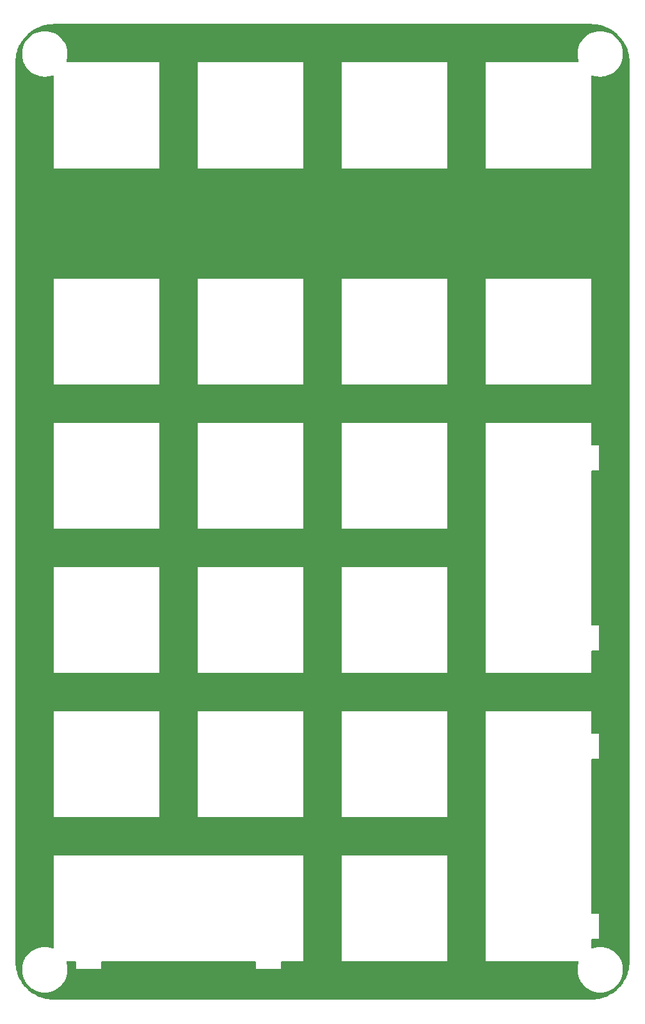
<source format=gtl>
%TF.GenerationSoftware,KiCad,Pcbnew,(7.0.0)*%
%TF.CreationDate,2023-02-27T14:02:19+01:00*%
%TF.ProjectId,MPad2040_Plate,4d506164-3230-4343-905f-506c6174652e,rev?*%
%TF.SameCoordinates,Original*%
%TF.FileFunction,Copper,L1,Top*%
%TF.FilePolarity,Positive*%
%FSLAX46Y46*%
G04 Gerber Fmt 4.6, Leading zero omitted, Abs format (unit mm)*
G04 Created by KiCad (PCBNEW (7.0.0)) date 2023-02-27 14:02:19*
%MOMM*%
%LPD*%
G01*
G04 APERTURE LIST*
G04 APERTURE END LIST*
%TA.AperFunction,NonConductor*%
G36*
X180169696Y-26829805D02*
G01*
X180392274Y-26839013D01*
X180586950Y-26847499D01*
X180596839Y-26848329D01*
X180817742Y-26875865D01*
X180818088Y-26875910D01*
X181015186Y-26901860D01*
X181024394Y-26903429D01*
X181239832Y-26948603D01*
X181241090Y-26948874D01*
X181437207Y-26992354D01*
X181445747Y-26994569D01*
X181655799Y-27057105D01*
X181657514Y-27057630D01*
X181850028Y-27118331D01*
X181857793Y-27121067D01*
X182061515Y-27200561D01*
X182063638Y-27201414D01*
X182250603Y-27278859D01*
X182257610Y-27282020D01*
X182453719Y-27377893D01*
X182456455Y-27379273D01*
X182636118Y-27472801D01*
X182642271Y-27476232D01*
X182829686Y-27587908D01*
X182832778Y-27589814D01*
X183003720Y-27698717D01*
X183009092Y-27702342D01*
X183186568Y-27829059D01*
X183189900Y-27831526D01*
X183350796Y-27954987D01*
X183355448Y-27958738D01*
X183355453Y-27958743D01*
X183521711Y-28099557D01*
X183525315Y-28102732D01*
X183674841Y-28239747D01*
X183678748Y-28243488D01*
X183832832Y-28397572D01*
X183836557Y-28401463D01*
X183973566Y-28550982D01*
X183976750Y-28554596D01*
X184116112Y-28719142D01*
X184117594Y-28720891D01*
X184121347Y-28725546D01*
X184244750Y-28886369D01*
X184247292Y-28889802D01*
X184373950Y-29067200D01*
X184377613Y-29072628D01*
X184486502Y-29243551D01*
X184488444Y-29246703D01*
X184600063Y-29434025D01*
X184603529Y-29440241D01*
X184697014Y-29619824D01*
X184698426Y-29622621D01*
X184794302Y-29818739D01*
X184797462Y-29825747D01*
X184874829Y-30012529D01*
X184875785Y-30014906D01*
X184955240Y-30218533D01*
X184957984Y-30226320D01*
X185018640Y-30418694D01*
X185019224Y-30420601D01*
X185081740Y-30630591D01*
X185083956Y-30639133D01*
X185127412Y-30835147D01*
X185127712Y-30836539D01*
X185172872Y-31051918D01*
X185174450Y-31061180D01*
X185200357Y-31257969D01*
X185200466Y-31258816D01*
X185227972Y-31479483D01*
X185228806Y-31489412D01*
X185236982Y-31676661D01*
X185237292Y-31684143D01*
X185246529Y-31907483D01*
X185246635Y-31912607D01*
X185246635Y-150651639D01*
X185246529Y-150656763D01*
X185237959Y-150863959D01*
X185237947Y-150864254D01*
X185228735Y-151074849D01*
X185227901Y-151084769D01*
X185201756Y-151294507D01*
X185201647Y-151295353D01*
X185174293Y-151503129D01*
X185172715Y-151512390D01*
X185129002Y-151720873D01*
X185128702Y-151722265D01*
X185083708Y-151925220D01*
X185081492Y-151933764D01*
X185020494Y-152138651D01*
X185019910Y-152140556D01*
X184957639Y-152338055D01*
X184954895Y-152345843D01*
X184877036Y-152545381D01*
X184876080Y-152547758D01*
X184796999Y-152738678D01*
X184793839Y-152745686D01*
X184699671Y-152938311D01*
X184698259Y-152941108D01*
X184602942Y-153124211D01*
X184599476Y-153130427D01*
X184489650Y-153314740D01*
X184487708Y-153317892D01*
X184376879Y-153491859D01*
X184373216Y-153497287D01*
X184248506Y-153671956D01*
X184245964Y-153675389D01*
X184120432Y-153838986D01*
X184116679Y-153843641D01*
X183977938Y-154007453D01*
X183974738Y-154011085D01*
X183835461Y-154163080D01*
X183831720Y-154166988D01*
X183679914Y-154318795D01*
X183676006Y-154322536D01*
X183524008Y-154461818D01*
X183520375Y-154465018D01*
X183356580Y-154603746D01*
X183351926Y-154607500D01*
X183188302Y-154733054D01*
X183184869Y-154735595D01*
X183010218Y-154860295D01*
X183004790Y-154863958D01*
X182830806Y-154974799D01*
X182827655Y-154976741D01*
X182643370Y-155086553D01*
X182637152Y-155090020D01*
X182454018Y-155185354D01*
X182451222Y-155186765D01*
X182258636Y-155280915D01*
X182251629Y-155284076D01*
X182060640Y-155363188D01*
X182058262Y-155364144D01*
X181858787Y-155441981D01*
X181850999Y-155444725D01*
X181653474Y-155507006D01*
X181651568Y-155507590D01*
X181446682Y-155568587D01*
X181438140Y-155570802D01*
X181235272Y-155615779D01*
X181233880Y-155616080D01*
X181025334Y-155659809D01*
X181016072Y-155661387D01*
X180808237Y-155688750D01*
X180807390Y-155688859D01*
X180597717Y-155714996D01*
X180587788Y-155715830D01*
X180369340Y-155725370D01*
X180369055Y-155725382D01*
X180170541Y-155733594D01*
X180165416Y-155733700D01*
X109049695Y-155733700D01*
X109044572Y-155733594D01*
X108837407Y-155725027D01*
X108837115Y-155724936D01*
X108837112Y-155725014D01*
X108830967Y-155724746D01*
X108626479Y-155715802D01*
X108616561Y-155714968D01*
X108406868Y-155688831D01*
X108406020Y-155688722D01*
X108198199Y-155661363D01*
X108188938Y-155659785D01*
X107980455Y-155616072D01*
X107979063Y-155615772D01*
X107776105Y-155570779D01*
X107767562Y-155568563D01*
X107562712Y-155507578D01*
X107560807Y-155506994D01*
X107363261Y-155444710D01*
X107355472Y-155441966D01*
X107155966Y-155364119D01*
X107153643Y-155363185D01*
X106962653Y-155284076D01*
X106962651Y-155284075D01*
X106955644Y-155280915D01*
X106763014Y-155186745D01*
X106760217Y-155185333D01*
X106577103Y-155090010D01*
X106570887Y-155086544D01*
X106386632Y-154976754D01*
X106383481Y-154974812D01*
X106209441Y-154863938D01*
X106204012Y-154860274D01*
X106029385Y-154735593D01*
X106025952Y-154733052D01*
X105862336Y-154607506D01*
X105857681Y-154603753D01*
X105693870Y-154465013D01*
X105690244Y-154461818D01*
X105538232Y-154322526D01*
X105534335Y-154318795D01*
X105382527Y-154166989D01*
X105378821Y-154163117D01*
X105239444Y-154011015D01*
X105236322Y-154007471D01*
X105097574Y-153843652D01*
X105093831Y-153839011D01*
X104968264Y-153675369D01*
X104965723Y-153671937D01*
X104920712Y-153608896D01*
X104841019Y-153497279D01*
X104837391Y-153491904D01*
X104726533Y-153317892D01*
X104726502Y-153317843D01*
X104724561Y-153314693D01*
X104708364Y-153287512D01*
X104614760Y-153130425D01*
X104611306Y-153124230D01*
X104611296Y-153124211D01*
X104515944Y-152941042D01*
X104514566Y-152938311D01*
X104420393Y-152745678D01*
X104417249Y-152738705D01*
X104338111Y-152547650D01*
X104337216Y-152545423D01*
X104259343Y-152345854D01*
X104256600Y-152338068D01*
X104246842Y-152307120D01*
X104194275Y-152140401D01*
X104193776Y-152138772D01*
X104139500Y-151956459D01*
X104856635Y-151956459D01*
X104857051Y-151960024D01*
X104857052Y-151960029D01*
X104896793Y-152300036D01*
X104896795Y-152300049D01*
X104897212Y-152303614D01*
X104898039Y-152307104D01*
X104898042Y-152307120D01*
X104976984Y-152640203D01*
X104976986Y-152640212D01*
X104977816Y-152643711D01*
X104979046Y-152647092D01*
X104979049Y-152647100D01*
X105059591Y-152868386D01*
X105097358Y-152972151D01*
X105098978Y-152975378D01*
X105098983Y-152975388D01*
X105222460Y-153221250D01*
X105254222Y-153284493D01*
X105256202Y-153287504D01*
X105256207Y-153287512D01*
X105390609Y-153491859D01*
X105446286Y-153576511D01*
X105448600Y-153579269D01*
X105448601Y-153579270D01*
X105668633Y-153841495D01*
X105668638Y-153841500D01*
X105670952Y-153844258D01*
X105925182Y-154084112D01*
X105928066Y-154086259D01*
X105928072Y-154086264D01*
X105939087Y-154094464D01*
X106205539Y-154292830D01*
X106208666Y-154294635D01*
X106208670Y-154294638D01*
X106256974Y-154322526D01*
X106508231Y-154467589D01*
X106829164Y-154606026D01*
X107163999Y-154706269D01*
X107508208Y-154766962D01*
X107769830Y-154782200D01*
X107942650Y-154782200D01*
X107944440Y-154782200D01*
X108206062Y-154766962D01*
X108550271Y-154706269D01*
X108885106Y-154606026D01*
X109206039Y-154467589D01*
X109508731Y-154292830D01*
X109789088Y-154084112D01*
X110043318Y-153844258D01*
X110267984Y-153576511D01*
X110460048Y-153284493D01*
X110616912Y-152972151D01*
X110736454Y-152643711D01*
X110817058Y-152303614D01*
X110857635Y-151956459D01*
X110857635Y-151606941D01*
X110817058Y-151259786D01*
X110736454Y-150919689D01*
X110705801Y-150835470D01*
X110699384Y-150776875D01*
X110720748Y-150721936D01*
X110765066Y-150683071D01*
X110822323Y-150669060D01*
X111882390Y-150669060D01*
X111944390Y-150685673D01*
X111989777Y-150731060D01*
X112006390Y-150793060D01*
X112006390Y-151638601D01*
X112006349Y-151638700D01*
X112006390Y-151638799D01*
X112006507Y-151639083D01*
X112006890Y-151639241D01*
X112006989Y-151639200D01*
X115305801Y-151639200D01*
X115305900Y-151639241D01*
X115306283Y-151639083D01*
X115306400Y-151638799D01*
X115306441Y-151638700D01*
X115306400Y-151638601D01*
X115306400Y-150793060D01*
X115323013Y-150731060D01*
X115368400Y-150685673D01*
X115430400Y-150669060D01*
X135682450Y-150669060D01*
X135744450Y-150685673D01*
X135789837Y-150731060D01*
X135806450Y-150793060D01*
X135806450Y-151638601D01*
X135806409Y-151638700D01*
X135806450Y-151638799D01*
X135806567Y-151639083D01*
X135806950Y-151639241D01*
X135807049Y-151639200D01*
X139105951Y-151639200D01*
X139106050Y-151639241D01*
X139106433Y-151639083D01*
X139106550Y-151638799D01*
X139106591Y-151638700D01*
X139106550Y-151638601D01*
X139106550Y-150793060D01*
X139123163Y-150731060D01*
X139168550Y-150685673D01*
X139230550Y-150669060D01*
X142080951Y-150669060D01*
X142081050Y-150669101D01*
X142081433Y-150668943D01*
X142081550Y-150668659D01*
X142081591Y-150668560D01*
X147131209Y-150668560D01*
X147131250Y-150668659D01*
X147131367Y-150668943D01*
X147131750Y-150669101D01*
X147131849Y-150669060D01*
X161130951Y-150669060D01*
X161131050Y-150669101D01*
X161131433Y-150668943D01*
X161131550Y-150668659D01*
X161131591Y-150668560D01*
X166181209Y-150668560D01*
X166181250Y-150668659D01*
X166181367Y-150668943D01*
X166181750Y-150669101D01*
X166181849Y-150669060D01*
X178391947Y-150669060D01*
X178449204Y-150683071D01*
X178493522Y-150721936D01*
X178514886Y-150776875D01*
X178508469Y-150835470D01*
X178479049Y-150916299D01*
X178479045Y-150916312D01*
X178477816Y-150919689D01*
X178476987Y-150923182D01*
X178476984Y-150923196D01*
X178398042Y-151256279D01*
X178398038Y-151256298D01*
X178397212Y-151259786D01*
X178396795Y-151263347D01*
X178396793Y-151263363D01*
X178367685Y-151512402D01*
X178356635Y-151606941D01*
X178356635Y-151956459D01*
X178357051Y-151960024D01*
X178357052Y-151960029D01*
X178396793Y-152300036D01*
X178396795Y-152300049D01*
X178397212Y-152303614D01*
X178398039Y-152307104D01*
X178398042Y-152307120D01*
X178476984Y-152640203D01*
X178476986Y-152640212D01*
X178477816Y-152643711D01*
X178479046Y-152647092D01*
X178479049Y-152647100D01*
X178559591Y-152868386D01*
X178597358Y-152972151D01*
X178598978Y-152975378D01*
X178598983Y-152975388D01*
X178722460Y-153221250D01*
X178754222Y-153284493D01*
X178756202Y-153287504D01*
X178756207Y-153287512D01*
X178890609Y-153491859D01*
X178946286Y-153576511D01*
X178948600Y-153579269D01*
X178948601Y-153579270D01*
X179168633Y-153841495D01*
X179168638Y-153841500D01*
X179170952Y-153844258D01*
X179425182Y-154084112D01*
X179428066Y-154086259D01*
X179428072Y-154086264D01*
X179439087Y-154094464D01*
X179705539Y-154292830D01*
X179708666Y-154294635D01*
X179708670Y-154294638D01*
X179756974Y-154322526D01*
X180008231Y-154467589D01*
X180329164Y-154606026D01*
X180663999Y-154706269D01*
X181008208Y-154766962D01*
X181269830Y-154782200D01*
X181442650Y-154782200D01*
X181444440Y-154782200D01*
X181706062Y-154766962D01*
X182050271Y-154706269D01*
X182385106Y-154606026D01*
X182706039Y-154467589D01*
X183008731Y-154292830D01*
X183289088Y-154084112D01*
X183543318Y-153844258D01*
X183767984Y-153576511D01*
X183960048Y-153284493D01*
X184116912Y-152972151D01*
X184236454Y-152643711D01*
X184317058Y-152303614D01*
X184357635Y-151956459D01*
X184357635Y-151606941D01*
X184317058Y-151259786D01*
X184236454Y-150919689D01*
X184116912Y-150591249D01*
X183960048Y-150278907D01*
X183767984Y-149986889D01*
X183543318Y-149719142D01*
X183289088Y-149479288D01*
X183286204Y-149477141D01*
X183286197Y-149477135D01*
X183011631Y-149272729D01*
X183008731Y-149270570D01*
X183005608Y-149268767D01*
X183005599Y-149268761D01*
X182709164Y-149097615D01*
X182709161Y-149097613D01*
X182706039Y-149095811D01*
X182702738Y-149094387D01*
X182702728Y-149094382D01*
X182459140Y-148989309D01*
X182385106Y-148957374D01*
X182381665Y-148956343D01*
X182381660Y-148956342D01*
X182053726Y-148858165D01*
X182053720Y-148858163D01*
X182050271Y-148857131D01*
X182046723Y-148856505D01*
X182046713Y-148856503D01*
X181709627Y-148797066D01*
X181709616Y-148797064D01*
X181706062Y-148796438D01*
X181702454Y-148796227D01*
X181702447Y-148796227D01*
X181446230Y-148781304D01*
X181446221Y-148781303D01*
X181444440Y-148781200D01*
X181269830Y-148781200D01*
X181268049Y-148781303D01*
X181268039Y-148781304D01*
X181011822Y-148796227D01*
X181011813Y-148796228D01*
X181008208Y-148796438D01*
X181004655Y-148797064D01*
X181004642Y-148797066D01*
X180667556Y-148856503D01*
X180667542Y-148856506D01*
X180663999Y-148857131D01*
X180660556Y-148858161D01*
X180660538Y-148858166D01*
X180341113Y-148953796D01*
X180284018Y-148957121D01*
X180231502Y-148934468D01*
X180194740Y-148890656D01*
X180181550Y-148835005D01*
X180181550Y-147817890D01*
X180198163Y-147755890D01*
X180243550Y-147710503D01*
X180305550Y-147693890D01*
X181151051Y-147693890D01*
X181151150Y-147693931D01*
X181151533Y-147693773D01*
X181151650Y-147693489D01*
X181151691Y-147693390D01*
X181151650Y-147693291D01*
X181151650Y-144394449D01*
X181151691Y-144394350D01*
X181151533Y-144393967D01*
X181151249Y-144393850D01*
X181151150Y-144393809D01*
X181151051Y-144393850D01*
X180305550Y-144393850D01*
X180243550Y-144377237D01*
X180198163Y-144331850D01*
X180181550Y-144269850D01*
X180181550Y-124017800D01*
X180198163Y-123955800D01*
X180243550Y-123910413D01*
X180305550Y-123893800D01*
X181151051Y-123893800D01*
X181151150Y-123893841D01*
X181151533Y-123893683D01*
X181151650Y-123893399D01*
X181151691Y-123893300D01*
X181151650Y-123893201D01*
X181151650Y-120594399D01*
X181151691Y-120594300D01*
X181151533Y-120593917D01*
X181151249Y-120593800D01*
X181151150Y-120593759D01*
X181151051Y-120593800D01*
X180305550Y-120593800D01*
X180243550Y-120577187D01*
X180198163Y-120531800D01*
X180181550Y-120469800D01*
X180181550Y-117631225D01*
X180181550Y-117619299D01*
X180181591Y-117619200D01*
X180181433Y-117618817D01*
X180181149Y-117618700D01*
X180181050Y-117618659D01*
X180180951Y-117618700D01*
X166181849Y-117618700D01*
X166181750Y-117618659D01*
X166181651Y-117618700D01*
X166181367Y-117618817D01*
X166181209Y-117619200D01*
X166181250Y-117619299D01*
X166181250Y-150668461D01*
X166181209Y-150668560D01*
X161131591Y-150668560D01*
X161131550Y-150668461D01*
X161131550Y-136669199D01*
X161131591Y-136669100D01*
X161131433Y-136668717D01*
X161131149Y-136668600D01*
X161131050Y-136668559D01*
X161130951Y-136668600D01*
X147131849Y-136668600D01*
X147131750Y-136668559D01*
X147131651Y-136668600D01*
X147131367Y-136668717D01*
X147131209Y-136669100D01*
X147131250Y-136669199D01*
X147131250Y-150668461D01*
X147131209Y-150668560D01*
X142081591Y-150668560D01*
X142081550Y-150668461D01*
X142081550Y-136669199D01*
X142081591Y-136669100D01*
X142081433Y-136668717D01*
X142081149Y-136668600D01*
X142081050Y-136668559D01*
X142080951Y-136668600D01*
X109031799Y-136668600D01*
X109031700Y-136668559D01*
X109031601Y-136668600D01*
X109031317Y-136668717D01*
X109031159Y-136669100D01*
X109031200Y-136669199D01*
X109031200Y-136681125D01*
X109031200Y-148834550D01*
X109018010Y-148890201D01*
X108981248Y-148934013D01*
X108928732Y-148956666D01*
X108871637Y-148953341D01*
X108553731Y-148858166D01*
X108553717Y-148858162D01*
X108550271Y-148857131D01*
X108546723Y-148856505D01*
X108546713Y-148856503D01*
X108209627Y-148797066D01*
X108209616Y-148797064D01*
X108206062Y-148796438D01*
X108202454Y-148796227D01*
X108202447Y-148796227D01*
X107946230Y-148781304D01*
X107946221Y-148781303D01*
X107944440Y-148781200D01*
X107769830Y-148781200D01*
X107768049Y-148781303D01*
X107768039Y-148781304D01*
X107511822Y-148796227D01*
X107511813Y-148796228D01*
X107508208Y-148796438D01*
X107504655Y-148797064D01*
X107504642Y-148797066D01*
X107167556Y-148856503D01*
X107167542Y-148856506D01*
X107163999Y-148857131D01*
X107160553Y-148858162D01*
X107160543Y-148858165D01*
X106832609Y-148956342D01*
X106832599Y-148956345D01*
X106829164Y-148957374D01*
X106825863Y-148958797D01*
X106825860Y-148958799D01*
X106511541Y-149094382D01*
X106511524Y-149094390D01*
X106508231Y-149095811D01*
X106505115Y-149097609D01*
X106505105Y-149097615D01*
X106208670Y-149268761D01*
X106208653Y-149268771D01*
X106205539Y-149270570D01*
X106202646Y-149272723D01*
X106202638Y-149272729D01*
X105928072Y-149477135D01*
X105928056Y-149477148D01*
X105925182Y-149479288D01*
X105922565Y-149481756D01*
X105922559Y-149481762D01*
X105673580Y-149716662D01*
X105673574Y-149716667D01*
X105670952Y-149719142D01*
X105668645Y-149721890D01*
X105668633Y-149721904D01*
X105448601Y-149984129D01*
X105448593Y-149984138D01*
X105446286Y-149986889D01*
X105444306Y-149989898D01*
X105444301Y-149989906D01*
X105256207Y-150275887D01*
X105256197Y-150275903D01*
X105254222Y-150278907D01*
X105252602Y-150282131D01*
X105252600Y-150282136D01*
X105098983Y-150588011D01*
X105098975Y-150588027D01*
X105097358Y-150591249D01*
X105096120Y-150594647D01*
X105096120Y-150594650D01*
X104979049Y-150916299D01*
X104979045Y-150916312D01*
X104977816Y-150919689D01*
X104976987Y-150923182D01*
X104976984Y-150923196D01*
X104898042Y-151256279D01*
X104898038Y-151256298D01*
X104897212Y-151259786D01*
X104896795Y-151263347D01*
X104896793Y-151263363D01*
X104867685Y-151512402D01*
X104856635Y-151606941D01*
X104856635Y-151956459D01*
X104139500Y-151956459D01*
X104132743Y-151933764D01*
X104130527Y-151925222D01*
X104130527Y-151925220D01*
X104085483Y-151722044D01*
X104085281Y-151721105D01*
X104041513Y-151512368D01*
X104039947Y-151503176D01*
X104012537Y-151294984D01*
X104012514Y-151294803D01*
X103986334Y-151084777D01*
X103985501Y-151074857D01*
X103978879Y-150923196D01*
X103975936Y-150855771D01*
X103975096Y-150835470D01*
X103967740Y-150657630D01*
X103967635Y-150652507D01*
X103967635Y-131618600D01*
X109031159Y-131618600D01*
X109031200Y-131618699D01*
X109031317Y-131618983D01*
X109031700Y-131619141D01*
X109031799Y-131619100D01*
X123031151Y-131619100D01*
X123031250Y-131619141D01*
X123031633Y-131618983D01*
X123031750Y-131618699D01*
X123031791Y-131618600D01*
X128081209Y-131618600D01*
X128081250Y-131618699D01*
X128081367Y-131618983D01*
X128081750Y-131619141D01*
X128081849Y-131619100D01*
X142080951Y-131619100D01*
X142081050Y-131619141D01*
X142081433Y-131618983D01*
X142081550Y-131618699D01*
X142081591Y-131618600D01*
X147131209Y-131618600D01*
X147131250Y-131618699D01*
X147131367Y-131618983D01*
X147131750Y-131619141D01*
X147131849Y-131619100D01*
X161130951Y-131619100D01*
X161131050Y-131619141D01*
X161131433Y-131618983D01*
X161131550Y-131618699D01*
X161131591Y-131618600D01*
X161131550Y-131618501D01*
X161131550Y-117619299D01*
X161131591Y-117619200D01*
X161131433Y-117618817D01*
X161131149Y-117618700D01*
X161131050Y-117618659D01*
X161130951Y-117618700D01*
X147131849Y-117618700D01*
X147131750Y-117618659D01*
X147131651Y-117618700D01*
X147131367Y-117618817D01*
X147131209Y-117619200D01*
X147131250Y-117619299D01*
X147131250Y-131618501D01*
X147131209Y-131618600D01*
X142081591Y-131618600D01*
X142081550Y-131618501D01*
X142081550Y-117619299D01*
X142081591Y-117619200D01*
X142081433Y-117618817D01*
X142081149Y-117618700D01*
X142081050Y-117618659D01*
X142080951Y-117618700D01*
X128081849Y-117618700D01*
X128081750Y-117618659D01*
X128081651Y-117618700D01*
X128081367Y-117618817D01*
X128081209Y-117619200D01*
X128081250Y-117619299D01*
X128081250Y-131618501D01*
X128081209Y-131618600D01*
X123031791Y-131618600D01*
X123031750Y-131618501D01*
X123031750Y-117619299D01*
X123031791Y-117619200D01*
X123031633Y-117618817D01*
X123031349Y-117618700D01*
X123031250Y-117618659D01*
X123031151Y-117618700D01*
X109031799Y-117618700D01*
X109031700Y-117618659D01*
X109031601Y-117618700D01*
X109031317Y-117618817D01*
X109031159Y-117619200D01*
X109031200Y-117619299D01*
X109031200Y-131618501D01*
X109031159Y-131618600D01*
X103967635Y-131618600D01*
X103967635Y-112568400D01*
X109031159Y-112568400D01*
X109031200Y-112568499D01*
X109031317Y-112568783D01*
X109031700Y-112568941D01*
X109031799Y-112568900D01*
X123031151Y-112568900D01*
X123031250Y-112568941D01*
X123031633Y-112568783D01*
X123031750Y-112568499D01*
X123031791Y-112568400D01*
X128081209Y-112568400D01*
X128081250Y-112568499D01*
X128081367Y-112568783D01*
X128081750Y-112568941D01*
X128081849Y-112568900D01*
X142080951Y-112568900D01*
X142081050Y-112568941D01*
X142081433Y-112568783D01*
X142081550Y-112568499D01*
X142081591Y-112568400D01*
X147131209Y-112568400D01*
X147131250Y-112568499D01*
X147131367Y-112568783D01*
X147131750Y-112568941D01*
X147131849Y-112568900D01*
X161130951Y-112568900D01*
X161131050Y-112568941D01*
X161131433Y-112568783D01*
X161131550Y-112568499D01*
X161131591Y-112568400D01*
X166181209Y-112568400D01*
X166181250Y-112568499D01*
X166181367Y-112568783D01*
X166181750Y-112568941D01*
X166181849Y-112568900D01*
X180180951Y-112568900D01*
X180181050Y-112568941D01*
X180181433Y-112568783D01*
X180181550Y-112568499D01*
X180181591Y-112568400D01*
X180181550Y-112568301D01*
X180181550Y-109718000D01*
X180198163Y-109656000D01*
X180243550Y-109610613D01*
X180305550Y-109594000D01*
X181151051Y-109594000D01*
X181151150Y-109594041D01*
X181151533Y-109593883D01*
X181151650Y-109593599D01*
X181151691Y-109593500D01*
X181151650Y-109593401D01*
X181151650Y-106294399D01*
X181151691Y-106294300D01*
X181151533Y-106293917D01*
X181151249Y-106293800D01*
X181151150Y-106293759D01*
X181151051Y-106293800D01*
X180305550Y-106293800D01*
X180243550Y-106277187D01*
X180198163Y-106231800D01*
X180181550Y-106169800D01*
X180181550Y-85917800D01*
X180198163Y-85855800D01*
X180243550Y-85810413D01*
X180305550Y-85793800D01*
X181151051Y-85793800D01*
X181151150Y-85793841D01*
X181151533Y-85793683D01*
X181151650Y-85793399D01*
X181151691Y-85793300D01*
X181151650Y-85793201D01*
X181151650Y-82494199D01*
X181151691Y-82494100D01*
X181151533Y-82493717D01*
X181151249Y-82493600D01*
X181151150Y-82493559D01*
X181151051Y-82493600D01*
X180305550Y-82493600D01*
X180243550Y-82476987D01*
X180198163Y-82431600D01*
X180181550Y-82369600D01*
X180181550Y-79531125D01*
X180181550Y-79519199D01*
X180181591Y-79519100D01*
X180181433Y-79518717D01*
X180181149Y-79518600D01*
X180181050Y-79518559D01*
X180180951Y-79518600D01*
X166181849Y-79518600D01*
X166181750Y-79518559D01*
X166181651Y-79518600D01*
X166181367Y-79518717D01*
X166181209Y-79519100D01*
X166181250Y-79519199D01*
X166181250Y-112568301D01*
X166181209Y-112568400D01*
X161131591Y-112568400D01*
X161131550Y-112568301D01*
X161131550Y-98569199D01*
X161131591Y-98569100D01*
X161131433Y-98568717D01*
X161131149Y-98568600D01*
X161131050Y-98568559D01*
X161130951Y-98568600D01*
X147131849Y-98568600D01*
X147131750Y-98568559D01*
X147131651Y-98568600D01*
X147131367Y-98568717D01*
X147131209Y-98569100D01*
X147131250Y-98569199D01*
X147131250Y-112568301D01*
X147131209Y-112568400D01*
X142081591Y-112568400D01*
X142081550Y-112568301D01*
X142081550Y-98569199D01*
X142081591Y-98569100D01*
X142081433Y-98568717D01*
X142081149Y-98568600D01*
X142081050Y-98568559D01*
X142080951Y-98568600D01*
X128081849Y-98568600D01*
X128081750Y-98568559D01*
X128081651Y-98568600D01*
X128081367Y-98568717D01*
X128081209Y-98569100D01*
X128081250Y-98569199D01*
X128081250Y-112568301D01*
X128081209Y-112568400D01*
X123031791Y-112568400D01*
X123031750Y-112568301D01*
X123031750Y-98569199D01*
X123031791Y-98569100D01*
X123031633Y-98568717D01*
X123031349Y-98568600D01*
X123031250Y-98568559D01*
X123031151Y-98568600D01*
X109031799Y-98568600D01*
X109031700Y-98568559D01*
X109031601Y-98568600D01*
X109031317Y-98568717D01*
X109031159Y-98569100D01*
X109031200Y-98569199D01*
X109031200Y-112568301D01*
X109031159Y-112568400D01*
X103967635Y-112568400D01*
X103967635Y-93518400D01*
X109031159Y-93518400D01*
X109031200Y-93518499D01*
X109031317Y-93518783D01*
X109031700Y-93518941D01*
X109031799Y-93518900D01*
X123031151Y-93518900D01*
X123031250Y-93518941D01*
X123031633Y-93518783D01*
X123031750Y-93518499D01*
X123031791Y-93518400D01*
X128081209Y-93518400D01*
X128081250Y-93518499D01*
X128081367Y-93518783D01*
X128081750Y-93518941D01*
X128081849Y-93518900D01*
X142080951Y-93518900D01*
X142081050Y-93518941D01*
X142081433Y-93518783D01*
X142081550Y-93518499D01*
X142081591Y-93518400D01*
X147131209Y-93518400D01*
X147131250Y-93518499D01*
X147131367Y-93518783D01*
X147131750Y-93518941D01*
X147131849Y-93518900D01*
X161130951Y-93518900D01*
X161131050Y-93518941D01*
X161131433Y-93518783D01*
X161131550Y-93518499D01*
X161131591Y-93518400D01*
X161131550Y-93518301D01*
X161131550Y-79519199D01*
X161131591Y-79519100D01*
X161131433Y-79518717D01*
X161131149Y-79518600D01*
X161131050Y-79518559D01*
X161130951Y-79518600D01*
X147131849Y-79518600D01*
X147131750Y-79518559D01*
X147131651Y-79518600D01*
X147131367Y-79518717D01*
X147131209Y-79519100D01*
X147131250Y-79519199D01*
X147131250Y-93518301D01*
X147131209Y-93518400D01*
X142081591Y-93518400D01*
X142081550Y-93518301D01*
X142081550Y-79519199D01*
X142081591Y-79519100D01*
X142081433Y-79518717D01*
X142081149Y-79518600D01*
X142081050Y-79518559D01*
X142080951Y-79518600D01*
X128081849Y-79518600D01*
X128081750Y-79518559D01*
X128081651Y-79518600D01*
X128081367Y-79518717D01*
X128081209Y-79519100D01*
X128081250Y-79519199D01*
X128081250Y-93518301D01*
X128081209Y-93518400D01*
X123031791Y-93518400D01*
X123031750Y-93518301D01*
X123031750Y-79519199D01*
X123031791Y-79519100D01*
X123031633Y-79518717D01*
X123031349Y-79518600D01*
X123031250Y-79518559D01*
X123031151Y-79518600D01*
X109031799Y-79518600D01*
X109031700Y-79518559D01*
X109031601Y-79518600D01*
X109031317Y-79518717D01*
X109031159Y-79519100D01*
X109031200Y-79519199D01*
X109031200Y-93518301D01*
X109031159Y-93518400D01*
X103967635Y-93518400D01*
X103967635Y-74468400D01*
X109031159Y-74468400D01*
X109031200Y-74468499D01*
X109031317Y-74468783D01*
X109031700Y-74468941D01*
X109031799Y-74468900D01*
X123031151Y-74468900D01*
X123031250Y-74468941D01*
X123031633Y-74468783D01*
X123031750Y-74468499D01*
X123031791Y-74468400D01*
X128081209Y-74468400D01*
X128081250Y-74468499D01*
X128081367Y-74468783D01*
X128081750Y-74468941D01*
X128081849Y-74468900D01*
X142080951Y-74468900D01*
X142081050Y-74468941D01*
X142081433Y-74468783D01*
X142081550Y-74468499D01*
X142081591Y-74468400D01*
X147131209Y-74468400D01*
X147131250Y-74468499D01*
X147131367Y-74468783D01*
X147131750Y-74468941D01*
X147131849Y-74468900D01*
X161130951Y-74468900D01*
X161131050Y-74468941D01*
X161131433Y-74468783D01*
X161131550Y-74468499D01*
X161131591Y-74468400D01*
X166181209Y-74468400D01*
X166181250Y-74468499D01*
X166181367Y-74468783D01*
X166181750Y-74468941D01*
X166181849Y-74468900D01*
X180180951Y-74468900D01*
X180181050Y-74468941D01*
X180181433Y-74468783D01*
X180181550Y-74468499D01*
X180181591Y-74468400D01*
X180181550Y-74468301D01*
X180181550Y-60469199D01*
X180181591Y-60469100D01*
X180181433Y-60468717D01*
X180181149Y-60468600D01*
X180181050Y-60468559D01*
X180180951Y-60468600D01*
X166181849Y-60468600D01*
X166181750Y-60468559D01*
X166181651Y-60468600D01*
X166181367Y-60468717D01*
X166181209Y-60469100D01*
X166181250Y-60469199D01*
X166181250Y-74468301D01*
X166181209Y-74468400D01*
X161131591Y-74468400D01*
X161131550Y-74468301D01*
X161131550Y-60469199D01*
X161131591Y-60469100D01*
X161131433Y-60468717D01*
X161131149Y-60468600D01*
X161131050Y-60468559D01*
X161130951Y-60468600D01*
X147131849Y-60468600D01*
X147131750Y-60468559D01*
X147131651Y-60468600D01*
X147131367Y-60468717D01*
X147131209Y-60469100D01*
X147131250Y-60469199D01*
X147131250Y-74468301D01*
X147131209Y-74468400D01*
X142081591Y-74468400D01*
X142081550Y-74468301D01*
X142081550Y-60469199D01*
X142081591Y-60469100D01*
X142081433Y-60468717D01*
X142081149Y-60468600D01*
X142081050Y-60468559D01*
X142080951Y-60468600D01*
X128081849Y-60468600D01*
X128081750Y-60468559D01*
X128081651Y-60468600D01*
X128081367Y-60468717D01*
X128081209Y-60469100D01*
X128081250Y-60469199D01*
X128081250Y-74468301D01*
X128081209Y-74468400D01*
X123031791Y-74468400D01*
X123031750Y-74468301D01*
X123031750Y-60469199D01*
X123031791Y-60469100D01*
X123031633Y-60468717D01*
X123031349Y-60468600D01*
X123031250Y-60468559D01*
X123031151Y-60468600D01*
X109031799Y-60468600D01*
X109031700Y-60468559D01*
X109031601Y-60468600D01*
X109031317Y-60468717D01*
X109031159Y-60469100D01*
X109031200Y-60469199D01*
X109031200Y-74468301D01*
X109031159Y-74468400D01*
X103967635Y-74468400D01*
X103967635Y-31911761D01*
X103967741Y-31906637D01*
X103972735Y-31785886D01*
X103976943Y-31684141D01*
X103977000Y-31684143D01*
X103976955Y-31683871D01*
X103985431Y-31489391D01*
X103986262Y-31479479D01*
X104013784Y-31258689D01*
X104013862Y-31258087D01*
X104039789Y-31061152D01*
X104041356Y-31051951D01*
X104061379Y-30956459D01*
X104856635Y-30956459D01*
X104857051Y-30960024D01*
X104857052Y-30960029D01*
X104896793Y-31300036D01*
X104896795Y-31300049D01*
X104897212Y-31303614D01*
X104898039Y-31307104D01*
X104898042Y-31307120D01*
X104976984Y-31640203D01*
X104976986Y-31640212D01*
X104977816Y-31643711D01*
X104979046Y-31647092D01*
X104979049Y-31647100D01*
X104997965Y-31699070D01*
X105097358Y-31972151D01*
X105098978Y-31975378D01*
X105098983Y-31975388D01*
X105222460Y-32221250D01*
X105254222Y-32284493D01*
X105256202Y-32287504D01*
X105256207Y-32287512D01*
X105444301Y-32573493D01*
X105446286Y-32576511D01*
X105448600Y-32579269D01*
X105448601Y-32579270D01*
X105668633Y-32841495D01*
X105668638Y-32841500D01*
X105670952Y-32844258D01*
X105925182Y-33084112D01*
X105928066Y-33086259D01*
X105928072Y-33086264D01*
X106099470Y-33213864D01*
X106205539Y-33292830D01*
X106208666Y-33294635D01*
X106208670Y-33294638D01*
X106388817Y-33398645D01*
X106508231Y-33467589D01*
X106829164Y-33606026D01*
X107163999Y-33706269D01*
X107508208Y-33766962D01*
X107769830Y-33782200D01*
X107942650Y-33782200D01*
X107944440Y-33782200D01*
X108206062Y-33766962D01*
X108550271Y-33706269D01*
X108660733Y-33673199D01*
X108871637Y-33610059D01*
X108928732Y-33606734D01*
X108981248Y-33629387D01*
X109018010Y-33673199D01*
X109031200Y-33728850D01*
X109031200Y-45893101D01*
X109031159Y-45893200D01*
X109031200Y-45893299D01*
X109031317Y-45893583D01*
X109031700Y-45893741D01*
X109031799Y-45893700D01*
X123031151Y-45893700D01*
X123031250Y-45893741D01*
X123031633Y-45893583D01*
X123031750Y-45893299D01*
X123031791Y-45893200D01*
X128081209Y-45893200D01*
X128081250Y-45893299D01*
X128081367Y-45893583D01*
X128081750Y-45893741D01*
X128081849Y-45893700D01*
X142080951Y-45893700D01*
X142081050Y-45893741D01*
X142081433Y-45893583D01*
X142081550Y-45893299D01*
X142081591Y-45893200D01*
X147131209Y-45893200D01*
X147131250Y-45893299D01*
X147131367Y-45893583D01*
X147131750Y-45893741D01*
X147131849Y-45893700D01*
X161130951Y-45893700D01*
X161131050Y-45893741D01*
X161131433Y-45893583D01*
X161131550Y-45893299D01*
X161131591Y-45893200D01*
X166181209Y-45893200D01*
X166181250Y-45893299D01*
X166181367Y-45893583D01*
X166181750Y-45893741D01*
X166181849Y-45893700D01*
X180180951Y-45893700D01*
X180181050Y-45893741D01*
X180181433Y-45893583D01*
X180181550Y-45893299D01*
X180181591Y-45893200D01*
X180181550Y-45893101D01*
X180181550Y-33728395D01*
X180194740Y-33672744D01*
X180231502Y-33628932D01*
X180284018Y-33606279D01*
X180341113Y-33609604D01*
X180660538Y-33705233D01*
X180660540Y-33705233D01*
X180663999Y-33706269D01*
X181008208Y-33766962D01*
X181269830Y-33782200D01*
X181442650Y-33782200D01*
X181444440Y-33782200D01*
X181706062Y-33766962D01*
X182050271Y-33706269D01*
X182385106Y-33606026D01*
X182706039Y-33467589D01*
X183008731Y-33292830D01*
X183289088Y-33084112D01*
X183543318Y-32844258D01*
X183767984Y-32576511D01*
X183960048Y-32284493D01*
X184116912Y-31972151D01*
X184236454Y-31643711D01*
X184317058Y-31303614D01*
X184357635Y-30956459D01*
X184357635Y-30606941D01*
X184317058Y-30259786D01*
X184309126Y-30226320D01*
X184237285Y-29923196D01*
X184236454Y-29919689D01*
X184116912Y-29591249D01*
X183960048Y-29278907D01*
X183938847Y-29246673D01*
X183824320Y-29072543D01*
X183767984Y-28986889D01*
X183686548Y-28889837D01*
X183545636Y-28721904D01*
X183545632Y-28721900D01*
X183543318Y-28719142D01*
X183289088Y-28479288D01*
X183286204Y-28477141D01*
X183286197Y-28477135D01*
X183011631Y-28272729D01*
X183008731Y-28270570D01*
X183005608Y-28268767D01*
X183005599Y-28268761D01*
X182709164Y-28097615D01*
X182709161Y-28097613D01*
X182706039Y-28095811D01*
X182702738Y-28094387D01*
X182702728Y-28094382D01*
X182459140Y-27989309D01*
X182385106Y-27957374D01*
X182381665Y-27956343D01*
X182381660Y-27956342D01*
X182053726Y-27858165D01*
X182053720Y-27858163D01*
X182050271Y-27857131D01*
X182046723Y-27856505D01*
X182046713Y-27856503D01*
X181709627Y-27797066D01*
X181709616Y-27797064D01*
X181706062Y-27796438D01*
X181702454Y-27796227D01*
X181702447Y-27796227D01*
X181446230Y-27781304D01*
X181446221Y-27781303D01*
X181444440Y-27781200D01*
X181269830Y-27781200D01*
X181268049Y-27781303D01*
X181268039Y-27781304D01*
X181011822Y-27796227D01*
X181011813Y-27796228D01*
X181008208Y-27796438D01*
X181004655Y-27797064D01*
X181004642Y-27797066D01*
X180667556Y-27856503D01*
X180667542Y-27856506D01*
X180663999Y-27857131D01*
X180660553Y-27858162D01*
X180660543Y-27858165D01*
X180332609Y-27956342D01*
X180332599Y-27956345D01*
X180329164Y-27957374D01*
X180325863Y-27958797D01*
X180325860Y-27958799D01*
X180011541Y-28094382D01*
X180011524Y-28094390D01*
X180008231Y-28095811D01*
X180005115Y-28097609D01*
X180005105Y-28097615D01*
X179708670Y-28268761D01*
X179708653Y-28268771D01*
X179705539Y-28270570D01*
X179702646Y-28272723D01*
X179702638Y-28272729D01*
X179428072Y-28477135D01*
X179428056Y-28477148D01*
X179425182Y-28479288D01*
X179422565Y-28481756D01*
X179422559Y-28481762D01*
X179173580Y-28716662D01*
X179173574Y-28716667D01*
X179170952Y-28719142D01*
X179168645Y-28721890D01*
X179168633Y-28721904D01*
X178948601Y-28984129D01*
X178948593Y-28984138D01*
X178946286Y-28986889D01*
X178944306Y-28989898D01*
X178944301Y-28989906D01*
X178756207Y-29275887D01*
X178756197Y-29275903D01*
X178754222Y-29278907D01*
X178752602Y-29282131D01*
X178752600Y-29282136D01*
X178598983Y-29588011D01*
X178598975Y-29588027D01*
X178597358Y-29591249D01*
X178596120Y-29594647D01*
X178596120Y-29594650D01*
X178479049Y-29916299D01*
X178479045Y-29916312D01*
X178477816Y-29919689D01*
X178476987Y-29923182D01*
X178476984Y-29923196D01*
X178398042Y-30256279D01*
X178398038Y-30256298D01*
X178397212Y-30259786D01*
X178396795Y-30263347D01*
X178396793Y-30263363D01*
X178357052Y-30603370D01*
X178356635Y-30606941D01*
X178356635Y-30956459D01*
X178357051Y-30960024D01*
X178357052Y-30960029D01*
X178396793Y-31300036D01*
X178396795Y-31300049D01*
X178397212Y-31303614D01*
X178398039Y-31307104D01*
X178398042Y-31307120D01*
X178476984Y-31640203D01*
X178476986Y-31640212D01*
X178477816Y-31643711D01*
X178479045Y-31647087D01*
X178479049Y-31647101D01*
X178508236Y-31727290D01*
X178514653Y-31785886D01*
X178493289Y-31840824D01*
X178448971Y-31879689D01*
X178391714Y-31893700D01*
X166181849Y-31893700D01*
X166181750Y-31893659D01*
X166181651Y-31893700D01*
X166181367Y-31893817D01*
X166181209Y-31894200D01*
X166181250Y-31894299D01*
X166181250Y-45893101D01*
X166181209Y-45893200D01*
X161131591Y-45893200D01*
X161131550Y-45893101D01*
X161131550Y-31894299D01*
X161131591Y-31894200D01*
X161131433Y-31893817D01*
X161131149Y-31893700D01*
X161131050Y-31893659D01*
X161130951Y-31893700D01*
X147131849Y-31893700D01*
X147131750Y-31893659D01*
X147131651Y-31893700D01*
X147131367Y-31893817D01*
X147131209Y-31894200D01*
X147131250Y-31894299D01*
X147131250Y-45893101D01*
X147131209Y-45893200D01*
X142081591Y-45893200D01*
X142081550Y-45893101D01*
X142081550Y-31894299D01*
X142081591Y-31894200D01*
X142081433Y-31893817D01*
X142081149Y-31893700D01*
X142081050Y-31893659D01*
X142080951Y-31893700D01*
X128081849Y-31893700D01*
X128081750Y-31893659D01*
X128081651Y-31893700D01*
X128081367Y-31893817D01*
X128081209Y-31894200D01*
X128081250Y-31894299D01*
X128081250Y-45893101D01*
X128081209Y-45893200D01*
X123031791Y-45893200D01*
X123031750Y-45893101D01*
X123031750Y-31894299D01*
X123031791Y-31894200D01*
X123031633Y-31893817D01*
X123031349Y-31893700D01*
X123031250Y-31893659D01*
X123031151Y-31893700D01*
X110822556Y-31893700D01*
X110765299Y-31879689D01*
X110720981Y-31840824D01*
X110699617Y-31785886D01*
X110706034Y-31727290D01*
X110721837Y-31683871D01*
X110736454Y-31643711D01*
X110817058Y-31303614D01*
X110857635Y-30956459D01*
X110857635Y-30606941D01*
X110817058Y-30259786D01*
X110809126Y-30226320D01*
X110737285Y-29923196D01*
X110736454Y-29919689D01*
X110616912Y-29591249D01*
X110460048Y-29278907D01*
X110438847Y-29246673D01*
X110324320Y-29072543D01*
X110267984Y-28986889D01*
X110186548Y-28889837D01*
X110045636Y-28721904D01*
X110045632Y-28721900D01*
X110043318Y-28719142D01*
X109789088Y-28479288D01*
X109786204Y-28477141D01*
X109786197Y-28477135D01*
X109511631Y-28272729D01*
X109508731Y-28270570D01*
X109505608Y-28268767D01*
X109505599Y-28268761D01*
X109209164Y-28097615D01*
X109209161Y-28097613D01*
X109206039Y-28095811D01*
X109202738Y-28094387D01*
X109202728Y-28094382D01*
X108959140Y-27989309D01*
X108885106Y-27957374D01*
X108881665Y-27956343D01*
X108881660Y-27956342D01*
X108553726Y-27858165D01*
X108553720Y-27858163D01*
X108550271Y-27857131D01*
X108546723Y-27856505D01*
X108546713Y-27856503D01*
X108209627Y-27797066D01*
X108209616Y-27797064D01*
X108206062Y-27796438D01*
X108202454Y-27796227D01*
X108202447Y-27796227D01*
X107946230Y-27781304D01*
X107946221Y-27781303D01*
X107944440Y-27781200D01*
X107769830Y-27781200D01*
X107768049Y-27781303D01*
X107768039Y-27781304D01*
X107511822Y-27796227D01*
X107511813Y-27796228D01*
X107508208Y-27796438D01*
X107504655Y-27797064D01*
X107504642Y-27797066D01*
X107167556Y-27856503D01*
X107167542Y-27856506D01*
X107163999Y-27857131D01*
X107160553Y-27858162D01*
X107160543Y-27858165D01*
X106832609Y-27956342D01*
X106832599Y-27956345D01*
X106829164Y-27957374D01*
X106825863Y-27958797D01*
X106825860Y-27958799D01*
X106511541Y-28094382D01*
X106511524Y-28094390D01*
X106508231Y-28095811D01*
X106505115Y-28097609D01*
X106505105Y-28097615D01*
X106208670Y-28268761D01*
X106208653Y-28268771D01*
X106205539Y-28270570D01*
X106202646Y-28272723D01*
X106202638Y-28272729D01*
X105928072Y-28477135D01*
X105928056Y-28477148D01*
X105925182Y-28479288D01*
X105922565Y-28481756D01*
X105922559Y-28481762D01*
X105673580Y-28716662D01*
X105673574Y-28716667D01*
X105670952Y-28719142D01*
X105668645Y-28721890D01*
X105668633Y-28721904D01*
X105448601Y-28984129D01*
X105448593Y-28984138D01*
X105446286Y-28986889D01*
X105444306Y-28989898D01*
X105444301Y-28989906D01*
X105256207Y-29275887D01*
X105256197Y-29275903D01*
X105254222Y-29278907D01*
X105252602Y-29282131D01*
X105252600Y-29282136D01*
X105098983Y-29588011D01*
X105098975Y-29588027D01*
X105097358Y-29591249D01*
X105096120Y-29594647D01*
X105096120Y-29594650D01*
X104979049Y-29916299D01*
X104979045Y-29916312D01*
X104977816Y-29919689D01*
X104976987Y-29923182D01*
X104976984Y-29923196D01*
X104898042Y-30256279D01*
X104898038Y-30256298D01*
X104897212Y-30259786D01*
X104896795Y-30263347D01*
X104896793Y-30263363D01*
X104857052Y-30603370D01*
X104856635Y-30606941D01*
X104856635Y-30956459D01*
X104061379Y-30956459D01*
X104086584Y-30836249D01*
X104086776Y-30835361D01*
X104130282Y-30639118D01*
X104132495Y-30630591D01*
X104140599Y-30603370D01*
X104195053Y-30420461D01*
X104195551Y-30418836D01*
X104256261Y-30226289D01*
X104258983Y-30218563D01*
X104338507Y-30014762D01*
X104339335Y-30012702D01*
X104416809Y-29825666D01*
X104419917Y-29818776D01*
X104515843Y-29622556D01*
X104517163Y-29619941D01*
X104610737Y-29440187D01*
X104614159Y-29434052D01*
X104725831Y-29246643D01*
X104727676Y-29243647D01*
X104836682Y-29072543D01*
X104840251Y-29067255D01*
X104966983Y-28889756D01*
X104969406Y-28886482D01*
X105092965Y-28725458D01*
X105096619Y-28720927D01*
X105237518Y-28554570D01*
X105240659Y-28551006D01*
X105377702Y-28401450D01*
X105381387Y-28397600D01*
X105535541Y-28243447D01*
X105539342Y-28239808D01*
X105688948Y-28102721D01*
X105692490Y-28099600D01*
X105858824Y-27958723D01*
X105863431Y-27955009D01*
X106024390Y-27831501D01*
X106027708Y-27829046D01*
X106205161Y-27702347D01*
X106210507Y-27698740D01*
X106381507Y-27589802D01*
X106384542Y-27587930D01*
X106571999Y-27476232D01*
X106578135Y-27472811D01*
X106757905Y-27379230D01*
X106760444Y-27377948D01*
X106956680Y-27282016D01*
X106963630Y-27278881D01*
X107150611Y-27201432D01*
X107152725Y-27200582D01*
X107356516Y-27121064D01*
X107364213Y-27118352D01*
X107556678Y-27057669D01*
X107558453Y-27057125D01*
X107768540Y-26994581D01*
X107777041Y-26992376D01*
X107973158Y-26948899D01*
X107974418Y-26948627D01*
X108189865Y-26903454D01*
X108199088Y-26901883D01*
X108396211Y-26875932D01*
X108396463Y-26875899D01*
X108617430Y-26848357D01*
X108627330Y-26847526D01*
X108814290Y-26839363D01*
X109045418Y-26829805D01*
X109050541Y-26829700D01*
X180164573Y-26829700D01*
X180169696Y-26829805D01*
G37*
%TD.AperFunction*%
M02*

</source>
